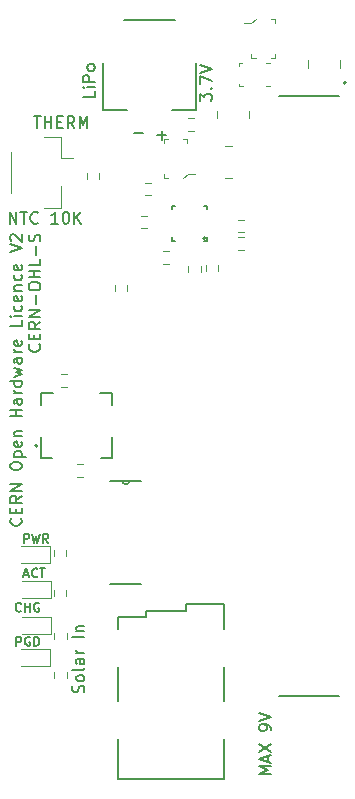
<source format=gbr>
%TF.GenerationSoftware,KiCad,Pcbnew,8.0.0*%
%TF.CreationDate,2024-03-17T21:06:16+08:00*%
%TF.ProjectId,Photon_Power_Zero_PCB_r1,50686f74-6f6e-45f5-906f-7765725f5a65,rev?*%
%TF.SameCoordinates,Original*%
%TF.FileFunction,Legend,Top*%
%TF.FilePolarity,Positive*%
%FSLAX46Y46*%
G04 Gerber Fmt 4.6, Leading zero omitted, Abs format (unit mm)*
G04 Created by KiCad (PCBNEW 8.0.0) date 2024-03-17 21:06:16*
%MOMM*%
%LPD*%
G01*
G04 APERTURE LIST*
%ADD10C,0.187500*%
%ADD11C,0.200000*%
%ADD12C,0.120000*%
%ADD13C,0.152400*%
%ADD14C,0.100000*%
%ADD15C,0.127000*%
G04 APERTURE END LIST*
D10*
X157096212Y-121944178D02*
X157453355Y-121944178D01*
X157024783Y-122158464D02*
X157274783Y-121408464D01*
X157274783Y-121408464D02*
X157524783Y-122158464D01*
X158203354Y-122087035D02*
X158167640Y-122122750D01*
X158167640Y-122122750D02*
X158060497Y-122158464D01*
X158060497Y-122158464D02*
X157989069Y-122158464D01*
X157989069Y-122158464D02*
X157881926Y-122122750D01*
X157881926Y-122122750D02*
X157810497Y-122051321D01*
X157810497Y-122051321D02*
X157774783Y-121979892D01*
X157774783Y-121979892D02*
X157739069Y-121837035D01*
X157739069Y-121837035D02*
X157739069Y-121729892D01*
X157739069Y-121729892D02*
X157774783Y-121587035D01*
X157774783Y-121587035D02*
X157810497Y-121515607D01*
X157810497Y-121515607D02*
X157881926Y-121444178D01*
X157881926Y-121444178D02*
X157989069Y-121408464D01*
X157989069Y-121408464D02*
X158060497Y-121408464D01*
X158060497Y-121408464D02*
X158167640Y-121444178D01*
X158167640Y-121444178D02*
X158203354Y-121479892D01*
X158417640Y-121408464D02*
X158846212Y-121408464D01*
X158631926Y-122158464D02*
X158631926Y-121408464D01*
D11*
X155859673Y-92237219D02*
X155859673Y-91237219D01*
X155859673Y-91237219D02*
X156431101Y-92237219D01*
X156431101Y-92237219D02*
X156431101Y-91237219D01*
X156764435Y-91237219D02*
X157335863Y-91237219D01*
X157050149Y-92237219D02*
X157050149Y-91237219D01*
X158240625Y-92141980D02*
X158193006Y-92189600D01*
X158193006Y-92189600D02*
X158050149Y-92237219D01*
X158050149Y-92237219D02*
X157954911Y-92237219D01*
X157954911Y-92237219D02*
X157812054Y-92189600D01*
X157812054Y-92189600D02*
X157716816Y-92094361D01*
X157716816Y-92094361D02*
X157669197Y-91999123D01*
X157669197Y-91999123D02*
X157621578Y-91808647D01*
X157621578Y-91808647D02*
X157621578Y-91665790D01*
X157621578Y-91665790D02*
X157669197Y-91475314D01*
X157669197Y-91475314D02*
X157716816Y-91380076D01*
X157716816Y-91380076D02*
X157812054Y-91284838D01*
X157812054Y-91284838D02*
X157954911Y-91237219D01*
X157954911Y-91237219D02*
X158050149Y-91237219D01*
X158050149Y-91237219D02*
X158193006Y-91284838D01*
X158193006Y-91284838D02*
X158240625Y-91332457D01*
X159954911Y-92237219D02*
X159383483Y-92237219D01*
X159669197Y-92237219D02*
X159669197Y-91237219D01*
X159669197Y-91237219D02*
X159573959Y-91380076D01*
X159573959Y-91380076D02*
X159478721Y-91475314D01*
X159478721Y-91475314D02*
X159383483Y-91522933D01*
X160573959Y-91237219D02*
X160669197Y-91237219D01*
X160669197Y-91237219D02*
X160764435Y-91284838D01*
X160764435Y-91284838D02*
X160812054Y-91332457D01*
X160812054Y-91332457D02*
X160859673Y-91427695D01*
X160859673Y-91427695D02*
X160907292Y-91618171D01*
X160907292Y-91618171D02*
X160907292Y-91856266D01*
X160907292Y-91856266D02*
X160859673Y-92046742D01*
X160859673Y-92046742D02*
X160812054Y-92141980D01*
X160812054Y-92141980D02*
X160764435Y-92189600D01*
X160764435Y-92189600D02*
X160669197Y-92237219D01*
X160669197Y-92237219D02*
X160573959Y-92237219D01*
X160573959Y-92237219D02*
X160478721Y-92189600D01*
X160478721Y-92189600D02*
X160431102Y-92141980D01*
X160431102Y-92141980D02*
X160383483Y-92046742D01*
X160383483Y-92046742D02*
X160335864Y-91856266D01*
X160335864Y-91856266D02*
X160335864Y-91618171D01*
X160335864Y-91618171D02*
X160383483Y-91427695D01*
X160383483Y-91427695D02*
X160431102Y-91332457D01*
X160431102Y-91332457D02*
X160478721Y-91284838D01*
X160478721Y-91284838D02*
X160573959Y-91237219D01*
X161335864Y-92237219D02*
X161335864Y-91237219D01*
X161907292Y-92237219D02*
X161478721Y-91665790D01*
X161907292Y-91237219D02*
X161335864Y-91808647D01*
D10*
X156830497Y-125007035D02*
X156794783Y-125042750D01*
X156794783Y-125042750D02*
X156687640Y-125078464D01*
X156687640Y-125078464D02*
X156616212Y-125078464D01*
X156616212Y-125078464D02*
X156509069Y-125042750D01*
X156509069Y-125042750D02*
X156437640Y-124971321D01*
X156437640Y-124971321D02*
X156401926Y-124899892D01*
X156401926Y-124899892D02*
X156366212Y-124757035D01*
X156366212Y-124757035D02*
X156366212Y-124649892D01*
X156366212Y-124649892D02*
X156401926Y-124507035D01*
X156401926Y-124507035D02*
X156437640Y-124435607D01*
X156437640Y-124435607D02*
X156509069Y-124364178D01*
X156509069Y-124364178D02*
X156616212Y-124328464D01*
X156616212Y-124328464D02*
X156687640Y-124328464D01*
X156687640Y-124328464D02*
X156794783Y-124364178D01*
X156794783Y-124364178D02*
X156830497Y-124399892D01*
X157151926Y-125078464D02*
X157151926Y-124328464D01*
X157151926Y-124685607D02*
X157580497Y-124685607D01*
X157580497Y-125078464D02*
X157580497Y-124328464D01*
X158330497Y-124364178D02*
X158259069Y-124328464D01*
X158259069Y-124328464D02*
X158151926Y-124328464D01*
X158151926Y-124328464D02*
X158044783Y-124364178D01*
X158044783Y-124364178D02*
X157973354Y-124435607D01*
X157973354Y-124435607D02*
X157937640Y-124507035D01*
X157937640Y-124507035D02*
X157901926Y-124649892D01*
X157901926Y-124649892D02*
X157901926Y-124757035D01*
X157901926Y-124757035D02*
X157937640Y-124899892D01*
X157937640Y-124899892D02*
X157973354Y-124971321D01*
X157973354Y-124971321D02*
X158044783Y-125042750D01*
X158044783Y-125042750D02*
X158151926Y-125078464D01*
X158151926Y-125078464D02*
X158223354Y-125078464D01*
X158223354Y-125078464D02*
X158330497Y-125042750D01*
X158330497Y-125042750D02*
X158366211Y-125007035D01*
X158366211Y-125007035D02*
X158366211Y-124757035D01*
X158366211Y-124757035D02*
X158223354Y-124757035D01*
D11*
X162129600Y-131927945D02*
X162177219Y-131785088D01*
X162177219Y-131785088D02*
X162177219Y-131546993D01*
X162177219Y-131546993D02*
X162129600Y-131451755D01*
X162129600Y-131451755D02*
X162081980Y-131404136D01*
X162081980Y-131404136D02*
X161986742Y-131356517D01*
X161986742Y-131356517D02*
X161891504Y-131356517D01*
X161891504Y-131356517D02*
X161796266Y-131404136D01*
X161796266Y-131404136D02*
X161748647Y-131451755D01*
X161748647Y-131451755D02*
X161701028Y-131546993D01*
X161701028Y-131546993D02*
X161653409Y-131737469D01*
X161653409Y-131737469D02*
X161605790Y-131832707D01*
X161605790Y-131832707D02*
X161558171Y-131880326D01*
X161558171Y-131880326D02*
X161462933Y-131927945D01*
X161462933Y-131927945D02*
X161367695Y-131927945D01*
X161367695Y-131927945D02*
X161272457Y-131880326D01*
X161272457Y-131880326D02*
X161224838Y-131832707D01*
X161224838Y-131832707D02*
X161177219Y-131737469D01*
X161177219Y-131737469D02*
X161177219Y-131499374D01*
X161177219Y-131499374D02*
X161224838Y-131356517D01*
X162177219Y-130785088D02*
X162129600Y-130880326D01*
X162129600Y-130880326D02*
X162081980Y-130927945D01*
X162081980Y-130927945D02*
X161986742Y-130975564D01*
X161986742Y-130975564D02*
X161701028Y-130975564D01*
X161701028Y-130975564D02*
X161605790Y-130927945D01*
X161605790Y-130927945D02*
X161558171Y-130880326D01*
X161558171Y-130880326D02*
X161510552Y-130785088D01*
X161510552Y-130785088D02*
X161510552Y-130642231D01*
X161510552Y-130642231D02*
X161558171Y-130546993D01*
X161558171Y-130546993D02*
X161605790Y-130499374D01*
X161605790Y-130499374D02*
X161701028Y-130451755D01*
X161701028Y-130451755D02*
X161986742Y-130451755D01*
X161986742Y-130451755D02*
X162081980Y-130499374D01*
X162081980Y-130499374D02*
X162129600Y-130546993D01*
X162129600Y-130546993D02*
X162177219Y-130642231D01*
X162177219Y-130642231D02*
X162177219Y-130785088D01*
X162177219Y-129880326D02*
X162129600Y-129975564D01*
X162129600Y-129975564D02*
X162034361Y-130023183D01*
X162034361Y-130023183D02*
X161177219Y-130023183D01*
X162177219Y-129070802D02*
X161653409Y-129070802D01*
X161653409Y-129070802D02*
X161558171Y-129118421D01*
X161558171Y-129118421D02*
X161510552Y-129213659D01*
X161510552Y-129213659D02*
X161510552Y-129404135D01*
X161510552Y-129404135D02*
X161558171Y-129499373D01*
X162129600Y-129070802D02*
X162177219Y-129166040D01*
X162177219Y-129166040D02*
X162177219Y-129404135D01*
X162177219Y-129404135D02*
X162129600Y-129499373D01*
X162129600Y-129499373D02*
X162034361Y-129546992D01*
X162034361Y-129546992D02*
X161939123Y-129546992D01*
X161939123Y-129546992D02*
X161843885Y-129499373D01*
X161843885Y-129499373D02*
X161796266Y-129404135D01*
X161796266Y-129404135D02*
X161796266Y-129166040D01*
X161796266Y-129166040D02*
X161748647Y-129070802D01*
X162177219Y-128594611D02*
X161510552Y-128594611D01*
X161701028Y-128594611D02*
X161605790Y-128546992D01*
X161605790Y-128546992D02*
X161558171Y-128499373D01*
X161558171Y-128499373D02*
X161510552Y-128404135D01*
X161510552Y-128404135D02*
X161510552Y-128308897D01*
X162177219Y-127213658D02*
X161177219Y-127213658D01*
X161510552Y-126737468D02*
X162177219Y-126737468D01*
X161605790Y-126737468D02*
X161558171Y-126689849D01*
X161558171Y-126689849D02*
X161510552Y-126594611D01*
X161510552Y-126594611D02*
X161510552Y-126451754D01*
X161510552Y-126451754D02*
X161558171Y-126356516D01*
X161558171Y-126356516D02*
X161653409Y-126308897D01*
X161653409Y-126308897D02*
X162177219Y-126308897D01*
X171967219Y-81835564D02*
X171967219Y-81216517D01*
X171967219Y-81216517D02*
X172348171Y-81549850D01*
X172348171Y-81549850D02*
X172348171Y-81406993D01*
X172348171Y-81406993D02*
X172395790Y-81311755D01*
X172395790Y-81311755D02*
X172443409Y-81264136D01*
X172443409Y-81264136D02*
X172538647Y-81216517D01*
X172538647Y-81216517D02*
X172776742Y-81216517D01*
X172776742Y-81216517D02*
X172871980Y-81264136D01*
X172871980Y-81264136D02*
X172919600Y-81311755D01*
X172919600Y-81311755D02*
X172967219Y-81406993D01*
X172967219Y-81406993D02*
X172967219Y-81692707D01*
X172967219Y-81692707D02*
X172919600Y-81787945D01*
X172919600Y-81787945D02*
X172871980Y-81835564D01*
X172871980Y-80787945D02*
X172919600Y-80740326D01*
X172919600Y-80740326D02*
X172967219Y-80787945D01*
X172967219Y-80787945D02*
X172919600Y-80835564D01*
X172919600Y-80835564D02*
X172871980Y-80787945D01*
X172871980Y-80787945D02*
X172967219Y-80787945D01*
X171967219Y-80406993D02*
X171967219Y-79740327D01*
X171967219Y-79740327D02*
X172967219Y-80168898D01*
X171967219Y-79502231D02*
X172967219Y-79168898D01*
X172967219Y-79168898D02*
X171967219Y-78835565D01*
X177987219Y-138860326D02*
X176987219Y-138860326D01*
X176987219Y-138860326D02*
X177701504Y-138526993D01*
X177701504Y-138526993D02*
X176987219Y-138193660D01*
X176987219Y-138193660D02*
X177987219Y-138193660D01*
X177701504Y-137765088D02*
X177701504Y-137288898D01*
X177987219Y-137860326D02*
X176987219Y-137526993D01*
X176987219Y-137526993D02*
X177987219Y-137193660D01*
X176987219Y-136955564D02*
X177987219Y-136288898D01*
X176987219Y-136288898D02*
X177987219Y-136955564D01*
X177987219Y-135098421D02*
X177987219Y-134907945D01*
X177987219Y-134907945D02*
X177939600Y-134812707D01*
X177939600Y-134812707D02*
X177891980Y-134765088D01*
X177891980Y-134765088D02*
X177749123Y-134669850D01*
X177749123Y-134669850D02*
X177558647Y-134622231D01*
X177558647Y-134622231D02*
X177177695Y-134622231D01*
X177177695Y-134622231D02*
X177082457Y-134669850D01*
X177082457Y-134669850D02*
X177034838Y-134717469D01*
X177034838Y-134717469D02*
X176987219Y-134812707D01*
X176987219Y-134812707D02*
X176987219Y-135003183D01*
X176987219Y-135003183D02*
X177034838Y-135098421D01*
X177034838Y-135098421D02*
X177082457Y-135146040D01*
X177082457Y-135146040D02*
X177177695Y-135193659D01*
X177177695Y-135193659D02*
X177415790Y-135193659D01*
X177415790Y-135193659D02*
X177511028Y-135146040D01*
X177511028Y-135146040D02*
X177558647Y-135098421D01*
X177558647Y-135098421D02*
X177606266Y-135003183D01*
X177606266Y-135003183D02*
X177606266Y-134812707D01*
X177606266Y-134812707D02*
X177558647Y-134717469D01*
X177558647Y-134717469D02*
X177511028Y-134669850D01*
X177511028Y-134669850D02*
X177415790Y-134622231D01*
X176987219Y-134336516D02*
X177987219Y-134003183D01*
X177987219Y-134003183D02*
X176987219Y-133669850D01*
D10*
X156431926Y-127968464D02*
X156431926Y-127218464D01*
X156431926Y-127218464D02*
X156717640Y-127218464D01*
X156717640Y-127218464D02*
X156789069Y-127254178D01*
X156789069Y-127254178D02*
X156824783Y-127289892D01*
X156824783Y-127289892D02*
X156860497Y-127361321D01*
X156860497Y-127361321D02*
X156860497Y-127468464D01*
X156860497Y-127468464D02*
X156824783Y-127539892D01*
X156824783Y-127539892D02*
X156789069Y-127575607D01*
X156789069Y-127575607D02*
X156717640Y-127611321D01*
X156717640Y-127611321D02*
X156431926Y-127611321D01*
X157574783Y-127254178D02*
X157503355Y-127218464D01*
X157503355Y-127218464D02*
X157396212Y-127218464D01*
X157396212Y-127218464D02*
X157289069Y-127254178D01*
X157289069Y-127254178D02*
X157217640Y-127325607D01*
X157217640Y-127325607D02*
X157181926Y-127397035D01*
X157181926Y-127397035D02*
X157146212Y-127539892D01*
X157146212Y-127539892D02*
X157146212Y-127647035D01*
X157146212Y-127647035D02*
X157181926Y-127789892D01*
X157181926Y-127789892D02*
X157217640Y-127861321D01*
X157217640Y-127861321D02*
X157289069Y-127932750D01*
X157289069Y-127932750D02*
X157396212Y-127968464D01*
X157396212Y-127968464D02*
X157467640Y-127968464D01*
X157467640Y-127968464D02*
X157574783Y-127932750D01*
X157574783Y-127932750D02*
X157610497Y-127897035D01*
X157610497Y-127897035D02*
X157610497Y-127647035D01*
X157610497Y-127647035D02*
X157467640Y-127647035D01*
X157931926Y-127968464D02*
X157931926Y-127218464D01*
X157931926Y-127218464D02*
X158110497Y-127218464D01*
X158110497Y-127218464D02*
X158217640Y-127254178D01*
X158217640Y-127254178D02*
X158289069Y-127325607D01*
X158289069Y-127325607D02*
X158324783Y-127397035D01*
X158324783Y-127397035D02*
X158360497Y-127539892D01*
X158360497Y-127539892D02*
X158360497Y-127647035D01*
X158360497Y-127647035D02*
X158324783Y-127789892D01*
X158324783Y-127789892D02*
X158289069Y-127861321D01*
X158289069Y-127861321D02*
X158217640Y-127932750D01*
X158217640Y-127932750D02*
X158110497Y-127968464D01*
X158110497Y-127968464D02*
X157931926Y-127968464D01*
D11*
X156801980Y-117178898D02*
X156849600Y-117226517D01*
X156849600Y-117226517D02*
X156897219Y-117369374D01*
X156897219Y-117369374D02*
X156897219Y-117464612D01*
X156897219Y-117464612D02*
X156849600Y-117607469D01*
X156849600Y-117607469D02*
X156754361Y-117702707D01*
X156754361Y-117702707D02*
X156659123Y-117750326D01*
X156659123Y-117750326D02*
X156468647Y-117797945D01*
X156468647Y-117797945D02*
X156325790Y-117797945D01*
X156325790Y-117797945D02*
X156135314Y-117750326D01*
X156135314Y-117750326D02*
X156040076Y-117702707D01*
X156040076Y-117702707D02*
X155944838Y-117607469D01*
X155944838Y-117607469D02*
X155897219Y-117464612D01*
X155897219Y-117464612D02*
X155897219Y-117369374D01*
X155897219Y-117369374D02*
X155944838Y-117226517D01*
X155944838Y-117226517D02*
X155992457Y-117178898D01*
X156373409Y-116750326D02*
X156373409Y-116416993D01*
X156897219Y-116274136D02*
X156897219Y-116750326D01*
X156897219Y-116750326D02*
X155897219Y-116750326D01*
X155897219Y-116750326D02*
X155897219Y-116274136D01*
X156897219Y-115274136D02*
X156421028Y-115607469D01*
X156897219Y-115845564D02*
X155897219Y-115845564D01*
X155897219Y-115845564D02*
X155897219Y-115464612D01*
X155897219Y-115464612D02*
X155944838Y-115369374D01*
X155944838Y-115369374D02*
X155992457Y-115321755D01*
X155992457Y-115321755D02*
X156087695Y-115274136D01*
X156087695Y-115274136D02*
X156230552Y-115274136D01*
X156230552Y-115274136D02*
X156325790Y-115321755D01*
X156325790Y-115321755D02*
X156373409Y-115369374D01*
X156373409Y-115369374D02*
X156421028Y-115464612D01*
X156421028Y-115464612D02*
X156421028Y-115845564D01*
X156897219Y-114845564D02*
X155897219Y-114845564D01*
X155897219Y-114845564D02*
X156897219Y-114274136D01*
X156897219Y-114274136D02*
X155897219Y-114274136D01*
X155897219Y-112845564D02*
X155897219Y-112655088D01*
X155897219Y-112655088D02*
X155944838Y-112559850D01*
X155944838Y-112559850D02*
X156040076Y-112464612D01*
X156040076Y-112464612D02*
X156230552Y-112416993D01*
X156230552Y-112416993D02*
X156563885Y-112416993D01*
X156563885Y-112416993D02*
X156754361Y-112464612D01*
X156754361Y-112464612D02*
X156849600Y-112559850D01*
X156849600Y-112559850D02*
X156897219Y-112655088D01*
X156897219Y-112655088D02*
X156897219Y-112845564D01*
X156897219Y-112845564D02*
X156849600Y-112940802D01*
X156849600Y-112940802D02*
X156754361Y-113036040D01*
X156754361Y-113036040D02*
X156563885Y-113083659D01*
X156563885Y-113083659D02*
X156230552Y-113083659D01*
X156230552Y-113083659D02*
X156040076Y-113036040D01*
X156040076Y-113036040D02*
X155944838Y-112940802D01*
X155944838Y-112940802D02*
X155897219Y-112845564D01*
X156230552Y-111988421D02*
X157230552Y-111988421D01*
X156278171Y-111988421D02*
X156230552Y-111893183D01*
X156230552Y-111893183D02*
X156230552Y-111702707D01*
X156230552Y-111702707D02*
X156278171Y-111607469D01*
X156278171Y-111607469D02*
X156325790Y-111559850D01*
X156325790Y-111559850D02*
X156421028Y-111512231D01*
X156421028Y-111512231D02*
X156706742Y-111512231D01*
X156706742Y-111512231D02*
X156801980Y-111559850D01*
X156801980Y-111559850D02*
X156849600Y-111607469D01*
X156849600Y-111607469D02*
X156897219Y-111702707D01*
X156897219Y-111702707D02*
X156897219Y-111893183D01*
X156897219Y-111893183D02*
X156849600Y-111988421D01*
X156849600Y-110702707D02*
X156897219Y-110797945D01*
X156897219Y-110797945D02*
X156897219Y-110988421D01*
X156897219Y-110988421D02*
X156849600Y-111083659D01*
X156849600Y-111083659D02*
X156754361Y-111131278D01*
X156754361Y-111131278D02*
X156373409Y-111131278D01*
X156373409Y-111131278D02*
X156278171Y-111083659D01*
X156278171Y-111083659D02*
X156230552Y-110988421D01*
X156230552Y-110988421D02*
X156230552Y-110797945D01*
X156230552Y-110797945D02*
X156278171Y-110702707D01*
X156278171Y-110702707D02*
X156373409Y-110655088D01*
X156373409Y-110655088D02*
X156468647Y-110655088D01*
X156468647Y-110655088D02*
X156563885Y-111131278D01*
X156230552Y-110226516D02*
X156897219Y-110226516D01*
X156325790Y-110226516D02*
X156278171Y-110178897D01*
X156278171Y-110178897D02*
X156230552Y-110083659D01*
X156230552Y-110083659D02*
X156230552Y-109940802D01*
X156230552Y-109940802D02*
X156278171Y-109845564D01*
X156278171Y-109845564D02*
X156373409Y-109797945D01*
X156373409Y-109797945D02*
X156897219Y-109797945D01*
X156897219Y-108559849D02*
X155897219Y-108559849D01*
X156373409Y-108559849D02*
X156373409Y-107988421D01*
X156897219Y-107988421D02*
X155897219Y-107988421D01*
X156897219Y-107083659D02*
X156373409Y-107083659D01*
X156373409Y-107083659D02*
X156278171Y-107131278D01*
X156278171Y-107131278D02*
X156230552Y-107226516D01*
X156230552Y-107226516D02*
X156230552Y-107416992D01*
X156230552Y-107416992D02*
X156278171Y-107512230D01*
X156849600Y-107083659D02*
X156897219Y-107178897D01*
X156897219Y-107178897D02*
X156897219Y-107416992D01*
X156897219Y-107416992D02*
X156849600Y-107512230D01*
X156849600Y-107512230D02*
X156754361Y-107559849D01*
X156754361Y-107559849D02*
X156659123Y-107559849D01*
X156659123Y-107559849D02*
X156563885Y-107512230D01*
X156563885Y-107512230D02*
X156516266Y-107416992D01*
X156516266Y-107416992D02*
X156516266Y-107178897D01*
X156516266Y-107178897D02*
X156468647Y-107083659D01*
X156897219Y-106607468D02*
X156230552Y-106607468D01*
X156421028Y-106607468D02*
X156325790Y-106559849D01*
X156325790Y-106559849D02*
X156278171Y-106512230D01*
X156278171Y-106512230D02*
X156230552Y-106416992D01*
X156230552Y-106416992D02*
X156230552Y-106321754D01*
X156897219Y-105559849D02*
X155897219Y-105559849D01*
X156849600Y-105559849D02*
X156897219Y-105655087D01*
X156897219Y-105655087D02*
X156897219Y-105845563D01*
X156897219Y-105845563D02*
X156849600Y-105940801D01*
X156849600Y-105940801D02*
X156801980Y-105988420D01*
X156801980Y-105988420D02*
X156706742Y-106036039D01*
X156706742Y-106036039D02*
X156421028Y-106036039D01*
X156421028Y-106036039D02*
X156325790Y-105988420D01*
X156325790Y-105988420D02*
X156278171Y-105940801D01*
X156278171Y-105940801D02*
X156230552Y-105845563D01*
X156230552Y-105845563D02*
X156230552Y-105655087D01*
X156230552Y-105655087D02*
X156278171Y-105559849D01*
X156230552Y-105178896D02*
X156897219Y-104988420D01*
X156897219Y-104988420D02*
X156421028Y-104797944D01*
X156421028Y-104797944D02*
X156897219Y-104607468D01*
X156897219Y-104607468D02*
X156230552Y-104416992D01*
X156897219Y-103607468D02*
X156373409Y-103607468D01*
X156373409Y-103607468D02*
X156278171Y-103655087D01*
X156278171Y-103655087D02*
X156230552Y-103750325D01*
X156230552Y-103750325D02*
X156230552Y-103940801D01*
X156230552Y-103940801D02*
X156278171Y-104036039D01*
X156849600Y-103607468D02*
X156897219Y-103702706D01*
X156897219Y-103702706D02*
X156897219Y-103940801D01*
X156897219Y-103940801D02*
X156849600Y-104036039D01*
X156849600Y-104036039D02*
X156754361Y-104083658D01*
X156754361Y-104083658D02*
X156659123Y-104083658D01*
X156659123Y-104083658D02*
X156563885Y-104036039D01*
X156563885Y-104036039D02*
X156516266Y-103940801D01*
X156516266Y-103940801D02*
X156516266Y-103702706D01*
X156516266Y-103702706D02*
X156468647Y-103607468D01*
X156897219Y-103131277D02*
X156230552Y-103131277D01*
X156421028Y-103131277D02*
X156325790Y-103083658D01*
X156325790Y-103083658D02*
X156278171Y-103036039D01*
X156278171Y-103036039D02*
X156230552Y-102940801D01*
X156230552Y-102940801D02*
X156230552Y-102845563D01*
X156849600Y-102131277D02*
X156897219Y-102226515D01*
X156897219Y-102226515D02*
X156897219Y-102416991D01*
X156897219Y-102416991D02*
X156849600Y-102512229D01*
X156849600Y-102512229D02*
X156754361Y-102559848D01*
X156754361Y-102559848D02*
X156373409Y-102559848D01*
X156373409Y-102559848D02*
X156278171Y-102512229D01*
X156278171Y-102512229D02*
X156230552Y-102416991D01*
X156230552Y-102416991D02*
X156230552Y-102226515D01*
X156230552Y-102226515D02*
X156278171Y-102131277D01*
X156278171Y-102131277D02*
X156373409Y-102083658D01*
X156373409Y-102083658D02*
X156468647Y-102083658D01*
X156468647Y-102083658D02*
X156563885Y-102559848D01*
X156897219Y-100416991D02*
X156897219Y-100893181D01*
X156897219Y-100893181D02*
X155897219Y-100893181D01*
X156897219Y-100083657D02*
X156230552Y-100083657D01*
X155897219Y-100083657D02*
X155944838Y-100131276D01*
X155944838Y-100131276D02*
X155992457Y-100083657D01*
X155992457Y-100083657D02*
X155944838Y-100036038D01*
X155944838Y-100036038D02*
X155897219Y-100083657D01*
X155897219Y-100083657D02*
X155992457Y-100083657D01*
X156849600Y-99178896D02*
X156897219Y-99274134D01*
X156897219Y-99274134D02*
X156897219Y-99464610D01*
X156897219Y-99464610D02*
X156849600Y-99559848D01*
X156849600Y-99559848D02*
X156801980Y-99607467D01*
X156801980Y-99607467D02*
X156706742Y-99655086D01*
X156706742Y-99655086D02*
X156421028Y-99655086D01*
X156421028Y-99655086D02*
X156325790Y-99607467D01*
X156325790Y-99607467D02*
X156278171Y-99559848D01*
X156278171Y-99559848D02*
X156230552Y-99464610D01*
X156230552Y-99464610D02*
X156230552Y-99274134D01*
X156230552Y-99274134D02*
X156278171Y-99178896D01*
X156849600Y-98369372D02*
X156897219Y-98464610D01*
X156897219Y-98464610D02*
X156897219Y-98655086D01*
X156897219Y-98655086D02*
X156849600Y-98750324D01*
X156849600Y-98750324D02*
X156754361Y-98797943D01*
X156754361Y-98797943D02*
X156373409Y-98797943D01*
X156373409Y-98797943D02*
X156278171Y-98750324D01*
X156278171Y-98750324D02*
X156230552Y-98655086D01*
X156230552Y-98655086D02*
X156230552Y-98464610D01*
X156230552Y-98464610D02*
X156278171Y-98369372D01*
X156278171Y-98369372D02*
X156373409Y-98321753D01*
X156373409Y-98321753D02*
X156468647Y-98321753D01*
X156468647Y-98321753D02*
X156563885Y-98797943D01*
X156230552Y-97893181D02*
X156897219Y-97893181D01*
X156325790Y-97893181D02*
X156278171Y-97845562D01*
X156278171Y-97845562D02*
X156230552Y-97750324D01*
X156230552Y-97750324D02*
X156230552Y-97607467D01*
X156230552Y-97607467D02*
X156278171Y-97512229D01*
X156278171Y-97512229D02*
X156373409Y-97464610D01*
X156373409Y-97464610D02*
X156897219Y-97464610D01*
X156849600Y-96559848D02*
X156897219Y-96655086D01*
X156897219Y-96655086D02*
X156897219Y-96845562D01*
X156897219Y-96845562D02*
X156849600Y-96940800D01*
X156849600Y-96940800D02*
X156801980Y-96988419D01*
X156801980Y-96988419D02*
X156706742Y-97036038D01*
X156706742Y-97036038D02*
X156421028Y-97036038D01*
X156421028Y-97036038D02*
X156325790Y-96988419D01*
X156325790Y-96988419D02*
X156278171Y-96940800D01*
X156278171Y-96940800D02*
X156230552Y-96845562D01*
X156230552Y-96845562D02*
X156230552Y-96655086D01*
X156230552Y-96655086D02*
X156278171Y-96559848D01*
X156849600Y-95750324D02*
X156897219Y-95845562D01*
X156897219Y-95845562D02*
X156897219Y-96036038D01*
X156897219Y-96036038D02*
X156849600Y-96131276D01*
X156849600Y-96131276D02*
X156754361Y-96178895D01*
X156754361Y-96178895D02*
X156373409Y-96178895D01*
X156373409Y-96178895D02*
X156278171Y-96131276D01*
X156278171Y-96131276D02*
X156230552Y-96036038D01*
X156230552Y-96036038D02*
X156230552Y-95845562D01*
X156230552Y-95845562D02*
X156278171Y-95750324D01*
X156278171Y-95750324D02*
X156373409Y-95702705D01*
X156373409Y-95702705D02*
X156468647Y-95702705D01*
X156468647Y-95702705D02*
X156563885Y-96178895D01*
X155897219Y-94655085D02*
X156897219Y-94321752D01*
X156897219Y-94321752D02*
X155897219Y-93988419D01*
X155992457Y-93702704D02*
X155944838Y-93655085D01*
X155944838Y-93655085D02*
X155897219Y-93559847D01*
X155897219Y-93559847D02*
X155897219Y-93321752D01*
X155897219Y-93321752D02*
X155944838Y-93226514D01*
X155944838Y-93226514D02*
X155992457Y-93178895D01*
X155992457Y-93178895D02*
X156087695Y-93131276D01*
X156087695Y-93131276D02*
X156182933Y-93131276D01*
X156182933Y-93131276D02*
X156325790Y-93178895D01*
X156325790Y-93178895D02*
X156897219Y-93750323D01*
X156897219Y-93750323D02*
X156897219Y-93131276D01*
X166359673Y-84596266D02*
X167121578Y-84596266D01*
X163087219Y-81034136D02*
X163087219Y-81510326D01*
X163087219Y-81510326D02*
X162087219Y-81510326D01*
X163087219Y-80700802D02*
X162420552Y-80700802D01*
X162087219Y-80700802D02*
X162134838Y-80748421D01*
X162134838Y-80748421D02*
X162182457Y-80700802D01*
X162182457Y-80700802D02*
X162134838Y-80653183D01*
X162134838Y-80653183D02*
X162087219Y-80700802D01*
X162087219Y-80700802D02*
X162182457Y-80700802D01*
X163087219Y-80224612D02*
X162087219Y-80224612D01*
X162087219Y-80224612D02*
X162087219Y-79843660D01*
X162087219Y-79843660D02*
X162134838Y-79748422D01*
X162134838Y-79748422D02*
X162182457Y-79700803D01*
X162182457Y-79700803D02*
X162277695Y-79653184D01*
X162277695Y-79653184D02*
X162420552Y-79653184D01*
X162420552Y-79653184D02*
X162515790Y-79700803D01*
X162515790Y-79700803D02*
X162563409Y-79748422D01*
X162563409Y-79748422D02*
X162611028Y-79843660D01*
X162611028Y-79843660D02*
X162611028Y-80224612D01*
X163087219Y-79081755D02*
X163039600Y-79176993D01*
X163039600Y-79176993D02*
X162991980Y-79224612D01*
X162991980Y-79224612D02*
X162896742Y-79272231D01*
X162896742Y-79272231D02*
X162611028Y-79272231D01*
X162611028Y-79272231D02*
X162515790Y-79224612D01*
X162515790Y-79224612D02*
X162468171Y-79176993D01*
X162468171Y-79176993D02*
X162420552Y-79081755D01*
X162420552Y-79081755D02*
X162420552Y-78938898D01*
X162420552Y-78938898D02*
X162468171Y-78843660D01*
X162468171Y-78843660D02*
X162515790Y-78796041D01*
X162515790Y-78796041D02*
X162611028Y-78748422D01*
X162611028Y-78748422D02*
X162896742Y-78748422D01*
X162896742Y-78748422D02*
X162991980Y-78796041D01*
X162991980Y-78796041D02*
X163039600Y-78843660D01*
X163039600Y-78843660D02*
X163087219Y-78938898D01*
X163087219Y-78938898D02*
X163087219Y-79081755D01*
X157916816Y-83147219D02*
X158488244Y-83147219D01*
X158202530Y-84147219D02*
X158202530Y-83147219D01*
X158821578Y-84147219D02*
X158821578Y-83147219D01*
X158821578Y-83623409D02*
X159393006Y-83623409D01*
X159393006Y-84147219D02*
X159393006Y-83147219D01*
X159869197Y-83623409D02*
X160202530Y-83623409D01*
X160345387Y-84147219D02*
X159869197Y-84147219D01*
X159869197Y-84147219D02*
X159869197Y-83147219D01*
X159869197Y-83147219D02*
X160345387Y-83147219D01*
X161345387Y-84147219D02*
X161012054Y-83671028D01*
X160773959Y-84147219D02*
X160773959Y-83147219D01*
X160773959Y-83147219D02*
X161154911Y-83147219D01*
X161154911Y-83147219D02*
X161250149Y-83194838D01*
X161250149Y-83194838D02*
X161297768Y-83242457D01*
X161297768Y-83242457D02*
X161345387Y-83337695D01*
X161345387Y-83337695D02*
X161345387Y-83480552D01*
X161345387Y-83480552D02*
X161297768Y-83575790D01*
X161297768Y-83575790D02*
X161250149Y-83623409D01*
X161250149Y-83623409D02*
X161154911Y-83671028D01*
X161154911Y-83671028D02*
X160773959Y-83671028D01*
X161773959Y-84147219D02*
X161773959Y-83147219D01*
X161773959Y-83147219D02*
X162107292Y-83861504D01*
X162107292Y-83861504D02*
X162440625Y-83147219D01*
X162440625Y-83147219D02*
X162440625Y-84147219D01*
D10*
X157071926Y-119248464D02*
X157071926Y-118498464D01*
X157071926Y-118498464D02*
X157357640Y-118498464D01*
X157357640Y-118498464D02*
X157429069Y-118534178D01*
X157429069Y-118534178D02*
X157464783Y-118569892D01*
X157464783Y-118569892D02*
X157500497Y-118641321D01*
X157500497Y-118641321D02*
X157500497Y-118748464D01*
X157500497Y-118748464D02*
X157464783Y-118819892D01*
X157464783Y-118819892D02*
X157429069Y-118855607D01*
X157429069Y-118855607D02*
X157357640Y-118891321D01*
X157357640Y-118891321D02*
X157071926Y-118891321D01*
X157750497Y-118498464D02*
X157929069Y-119248464D01*
X157929069Y-119248464D02*
X158071926Y-118712750D01*
X158071926Y-118712750D02*
X158214783Y-119248464D01*
X158214783Y-119248464D02*
X158393355Y-118498464D01*
X159107640Y-119248464D02*
X158857640Y-118891321D01*
X158679069Y-119248464D02*
X158679069Y-118498464D01*
X158679069Y-118498464D02*
X158964783Y-118498464D01*
X158964783Y-118498464D02*
X159036212Y-118534178D01*
X159036212Y-118534178D02*
X159071926Y-118569892D01*
X159071926Y-118569892D02*
X159107640Y-118641321D01*
X159107640Y-118641321D02*
X159107640Y-118748464D01*
X159107640Y-118748464D02*
X159071926Y-118819892D01*
X159071926Y-118819892D02*
X159036212Y-118855607D01*
X159036212Y-118855607D02*
X158964783Y-118891321D01*
X158964783Y-118891321D02*
X158679069Y-118891321D01*
D11*
X158361980Y-102448898D02*
X158409600Y-102496517D01*
X158409600Y-102496517D02*
X158457219Y-102639374D01*
X158457219Y-102639374D02*
X158457219Y-102734612D01*
X158457219Y-102734612D02*
X158409600Y-102877469D01*
X158409600Y-102877469D02*
X158314361Y-102972707D01*
X158314361Y-102972707D02*
X158219123Y-103020326D01*
X158219123Y-103020326D02*
X158028647Y-103067945D01*
X158028647Y-103067945D02*
X157885790Y-103067945D01*
X157885790Y-103067945D02*
X157695314Y-103020326D01*
X157695314Y-103020326D02*
X157600076Y-102972707D01*
X157600076Y-102972707D02*
X157504838Y-102877469D01*
X157504838Y-102877469D02*
X157457219Y-102734612D01*
X157457219Y-102734612D02*
X157457219Y-102639374D01*
X157457219Y-102639374D02*
X157504838Y-102496517D01*
X157504838Y-102496517D02*
X157552457Y-102448898D01*
X157933409Y-102020326D02*
X157933409Y-101686993D01*
X158457219Y-101544136D02*
X158457219Y-102020326D01*
X158457219Y-102020326D02*
X157457219Y-102020326D01*
X157457219Y-102020326D02*
X157457219Y-101544136D01*
X158457219Y-100544136D02*
X157981028Y-100877469D01*
X158457219Y-101115564D02*
X157457219Y-101115564D01*
X157457219Y-101115564D02*
X157457219Y-100734612D01*
X157457219Y-100734612D02*
X157504838Y-100639374D01*
X157504838Y-100639374D02*
X157552457Y-100591755D01*
X157552457Y-100591755D02*
X157647695Y-100544136D01*
X157647695Y-100544136D02*
X157790552Y-100544136D01*
X157790552Y-100544136D02*
X157885790Y-100591755D01*
X157885790Y-100591755D02*
X157933409Y-100639374D01*
X157933409Y-100639374D02*
X157981028Y-100734612D01*
X157981028Y-100734612D02*
X157981028Y-101115564D01*
X158457219Y-100115564D02*
X157457219Y-100115564D01*
X157457219Y-100115564D02*
X158457219Y-99544136D01*
X158457219Y-99544136D02*
X157457219Y-99544136D01*
X158076266Y-99067945D02*
X158076266Y-98306041D01*
X157457219Y-97639374D02*
X157457219Y-97448898D01*
X157457219Y-97448898D02*
X157504838Y-97353660D01*
X157504838Y-97353660D02*
X157600076Y-97258422D01*
X157600076Y-97258422D02*
X157790552Y-97210803D01*
X157790552Y-97210803D02*
X158123885Y-97210803D01*
X158123885Y-97210803D02*
X158314361Y-97258422D01*
X158314361Y-97258422D02*
X158409600Y-97353660D01*
X158409600Y-97353660D02*
X158457219Y-97448898D01*
X158457219Y-97448898D02*
X158457219Y-97639374D01*
X158457219Y-97639374D02*
X158409600Y-97734612D01*
X158409600Y-97734612D02*
X158314361Y-97829850D01*
X158314361Y-97829850D02*
X158123885Y-97877469D01*
X158123885Y-97877469D02*
X157790552Y-97877469D01*
X157790552Y-97877469D02*
X157600076Y-97829850D01*
X157600076Y-97829850D02*
X157504838Y-97734612D01*
X157504838Y-97734612D02*
X157457219Y-97639374D01*
X158457219Y-96782231D02*
X157457219Y-96782231D01*
X157933409Y-96782231D02*
X157933409Y-96210803D01*
X158457219Y-96210803D02*
X157457219Y-96210803D01*
X158457219Y-95258422D02*
X158457219Y-95734612D01*
X158457219Y-95734612D02*
X157457219Y-95734612D01*
X158076266Y-94925088D02*
X158076266Y-94163184D01*
X158409600Y-93734612D02*
X158457219Y-93591755D01*
X158457219Y-93591755D02*
X158457219Y-93353660D01*
X158457219Y-93353660D02*
X158409600Y-93258422D01*
X158409600Y-93258422D02*
X158361980Y-93210803D01*
X158361980Y-93210803D02*
X158266742Y-93163184D01*
X158266742Y-93163184D02*
X158171504Y-93163184D01*
X158171504Y-93163184D02*
X158076266Y-93210803D01*
X158076266Y-93210803D02*
X158028647Y-93258422D01*
X158028647Y-93258422D02*
X157981028Y-93353660D01*
X157981028Y-93353660D02*
X157933409Y-93544136D01*
X157933409Y-93544136D02*
X157885790Y-93639374D01*
X157885790Y-93639374D02*
X157838171Y-93686993D01*
X157838171Y-93686993D02*
X157742933Y-93734612D01*
X157742933Y-93734612D02*
X157647695Y-93734612D01*
X157647695Y-93734612D02*
X157552457Y-93686993D01*
X157552457Y-93686993D02*
X157504838Y-93639374D01*
X157504838Y-93639374D02*
X157457219Y-93544136D01*
X157457219Y-93544136D02*
X157457219Y-93306041D01*
X157457219Y-93306041D02*
X157504838Y-93163184D01*
X168359673Y-84736266D02*
X169121578Y-84736266D01*
X168740625Y-85117219D02*
X168740625Y-84355314D01*
D12*
%TO.C,R1*%
X170995276Y-83317500D02*
X171504724Y-83317500D01*
X170995276Y-84362500D02*
X171504724Y-84362500D01*
D13*
%TO.C,U1*%
X164390800Y-122723800D02*
X166981600Y-122723800D01*
X165381400Y-113986200D02*
X164390800Y-113986200D01*
X165991000Y-113986200D02*
X165381400Y-113986200D01*
X166981600Y-113986200D02*
X165991000Y-113986200D01*
X165991000Y-113986200D02*
G75*
G02*
X165381400Y-113986200I-304800J0D01*
G01*
D12*
%TO.C,D1*%
X159295000Y-129715000D02*
X159295000Y-128245000D01*
X159295000Y-128245000D02*
X156835000Y-128245000D01*
X156835000Y-129715000D02*
X159295000Y-129715000D01*
%TO.C,C1*%
X167015276Y-91587500D02*
X167524724Y-91587500D01*
X167015276Y-92632500D02*
X167524724Y-92632500D01*
%TO.C,R4*%
X173532500Y-95765276D02*
X173532500Y-96274724D01*
X172487500Y-95765276D02*
X172487500Y-96274724D01*
%TO.C,R1*%
X175195276Y-91887500D02*
X175704724Y-91887500D01*
X175195276Y-92932500D02*
X175704724Y-92932500D01*
D14*
%TO.C,U4*%
X168900000Y-88370000D02*
X169250000Y-88370000D01*
X168900000Y-88020000D02*
X168900000Y-88370000D01*
X170950000Y-88020000D02*
X170500000Y-88370000D01*
X171550000Y-88020000D02*
X170950000Y-88020000D01*
X168900000Y-85420000D02*
X168900000Y-85070000D01*
X168900000Y-85070000D02*
X169250000Y-85070000D01*
X170550000Y-85070000D02*
X170900000Y-85070000D01*
X170900000Y-85070000D02*
X170900000Y-85420000D01*
D15*
%TO.C,J3*%
X165020000Y-139270000D02*
X174020000Y-139270000D01*
X174020000Y-139270000D02*
X174020000Y-135870000D01*
X165020000Y-135870000D02*
X165020000Y-139270000D01*
X174020000Y-132670000D02*
X174020000Y-129770000D01*
X165020000Y-129770000D02*
X165020000Y-132670000D01*
X174020000Y-126570000D02*
X174020000Y-124470000D01*
X165020000Y-125520000D02*
X165020000Y-126570000D01*
X167370000Y-125520000D02*
X165020000Y-125520000D01*
X167370000Y-125020000D02*
X167370000Y-125520000D01*
X170820000Y-125020000D02*
X167370000Y-125020000D01*
X170820000Y-124470000D02*
X170820000Y-125020000D01*
X174020000Y-124470000D02*
X170820000Y-124470000D01*
D12*
%TO.C,R1*%
X175195276Y-93397500D02*
X175704724Y-93397500D01*
X175195276Y-94442500D02*
X175704724Y-94442500D01*
D11*
%TO.C,REF\u002A\u002A*%
X183710000Y-81410000D02*
X178630000Y-81410000D01*
X183710000Y-132210000D02*
X178630000Y-132210000D01*
X184335000Y-80300000D02*
G75*
G02*
X184135000Y-80300000I-100000J0D01*
G01*
X184135000Y-80300000D02*
G75*
G02*
X184335000Y-80300000I100000J0D01*
G01*
D12*
%TO.C,C1*%
X167335276Y-88787500D02*
X167844724Y-88787500D01*
X167335276Y-89832500D02*
X167844724Y-89832500D01*
D14*
%TO.C,L1*%
X173390000Y-83320000D02*
X173390000Y-82670000D01*
X176130000Y-83315000D02*
X176130000Y-82675000D01*
D15*
%TO.C,J1*%
X171650000Y-82610000D02*
X171650000Y-78610000D01*
X169900000Y-75010000D02*
X165500000Y-75010000D01*
X169600000Y-82610000D02*
X171650000Y-82610000D01*
X163750000Y-82610000D02*
X165800000Y-82610000D01*
X163750000Y-78610000D02*
X163750000Y-82610000D01*
D12*
%TO.C,D1*%
X159312500Y-120995000D02*
X159312500Y-119525000D01*
X159312500Y-119525000D02*
X156852500Y-119525000D01*
X156852500Y-120995000D02*
X159312500Y-120995000D01*
D14*
%TO.C,C3*%
X174050000Y-85670000D02*
X174700000Y-85670000D01*
X174055000Y-88410000D02*
X174695000Y-88410000D01*
X181090000Y-79020000D02*
X181090000Y-78370000D01*
X183830000Y-79015000D02*
X183830000Y-78375000D01*
D12*
%TO.C,R4*%
X164787500Y-97937224D02*
X164787500Y-97427776D01*
X165832500Y-97937224D02*
X165832500Y-97427776D01*
%TO.C,D1*%
X159325000Y-126985000D02*
X159325000Y-125515000D01*
X159325000Y-125515000D02*
X156865000Y-125515000D01*
X156865000Y-126985000D02*
X159325000Y-126985000D01*
D14*
%TO.C,D2*%
X177580000Y-80595000D02*
X177930000Y-80595000D01*
X177580000Y-78645000D02*
X177930000Y-78645000D01*
X175580000Y-80595000D02*
X175280000Y-80595000D01*
X175280000Y-80595000D02*
X175280000Y-80370000D01*
X175280000Y-78895000D02*
X175280000Y-78645000D01*
X175280000Y-78645000D02*
X175530000Y-78645000D01*
D12*
%TO.C,C1*%
X161595276Y-112617500D02*
X162104724Y-112617500D01*
X161595276Y-113662500D02*
X162104724Y-113662500D01*
D15*
%TO.C,U2*%
X158520000Y-106557500D02*
X159520000Y-106557500D01*
X158520000Y-107557500D02*
X158520000Y-106557500D01*
X158520000Y-112057500D02*
X158520000Y-110257500D01*
X159420000Y-112057500D02*
X158520000Y-112057500D01*
X163620000Y-112057500D02*
X164520000Y-112057500D01*
X164520000Y-106557500D02*
X163520000Y-106557500D01*
X164520000Y-107557500D02*
X164520000Y-106557500D01*
X164520000Y-112057500D02*
X164520000Y-110257500D01*
D11*
X158215000Y-111029500D02*
G75*
G02*
X158015000Y-111029500I-100000J0D01*
G01*
X158015000Y-111029500D02*
G75*
G02*
X158215000Y-111029500I100000J0D01*
G01*
D12*
%TO.C,C1*%
X160235276Y-104987500D02*
X160744724Y-104987500D01*
X160235276Y-106032500D02*
X160744724Y-106032500D01*
%TO.C,R2*%
X160642500Y-119902776D02*
X160642500Y-120412224D01*
X159597500Y-119902776D02*
X159597500Y-120412224D01*
X160672500Y-126897776D02*
X160672500Y-127407224D01*
X159627500Y-126897776D02*
X159627500Y-127407224D01*
X159627500Y-130737224D02*
X159627500Y-130227776D01*
X160672500Y-130737224D02*
X160672500Y-130227776D01*
%TO.C,C1*%
X168815276Y-94567500D02*
X169324724Y-94567500D01*
X168815276Y-95612500D02*
X169324724Y-95612500D01*
D15*
%TO.C,U3*%
X169580000Y-93705000D02*
X169880000Y-93705000D01*
X169580000Y-93705000D02*
X169580000Y-93405000D01*
X172580000Y-93705000D02*
X172280000Y-93705000D01*
X172580000Y-93705000D02*
X172580000Y-93405000D01*
X169580000Y-90705000D02*
X169580000Y-91005000D01*
X169580000Y-90705000D02*
X169880000Y-90705000D01*
X172580000Y-90705000D02*
X172580000Y-91005000D01*
X172580000Y-90705000D02*
X172280000Y-90705000D01*
D11*
X172430000Y-93455000D02*
G75*
G02*
X172230000Y-93455000I-100000J0D01*
G01*
X172230000Y-93455000D02*
G75*
G02*
X172430000Y-93455000I100000J0D01*
G01*
D12*
%TO.C,R1*%
X172022500Y-95777776D02*
X172022500Y-96287224D01*
X170977500Y-95777776D02*
X170977500Y-96287224D01*
%TO.C,D1*%
X159347500Y-123945000D02*
X159347500Y-122475000D01*
X159347500Y-122475000D02*
X156887500Y-122475000D01*
X156887500Y-123945000D02*
X159347500Y-123945000D01*
D14*
%TO.C,U5*%
X178330000Y-74910000D02*
X177980000Y-74910000D01*
X178330000Y-75260000D02*
X178330000Y-74910000D01*
X176280000Y-75260000D02*
X176730000Y-74910000D01*
X175680000Y-75260000D02*
X176280000Y-75260000D01*
X178330000Y-77860000D02*
X178330000Y-78210000D01*
X178330000Y-78210000D02*
X177980000Y-78210000D01*
X176680000Y-78210000D02*
X176330000Y-78210000D01*
X176330000Y-78210000D02*
X176330000Y-77860000D01*
D12*
%TO.C,R1*%
X162407500Y-88454724D02*
X162407500Y-87945276D01*
X163452500Y-88454724D02*
X163452500Y-87945276D01*
%TO.C,R2*%
X160662500Y-123252776D02*
X160662500Y-123762224D01*
X159617500Y-123252776D02*
X159617500Y-123762224D01*
%TO.C,J2*%
X160206000Y-84899000D02*
X160206000Y-86699000D01*
X158756000Y-84899000D02*
X160206000Y-84899000D01*
X155936000Y-86169000D02*
X155936000Y-89599000D01*
X160206000Y-86699000D02*
X161196000Y-86699000D01*
X160206000Y-90869000D02*
X160206000Y-89069000D01*
X158756000Y-90869000D02*
X160206000Y-90869000D01*
%TD*%
M02*

</source>
